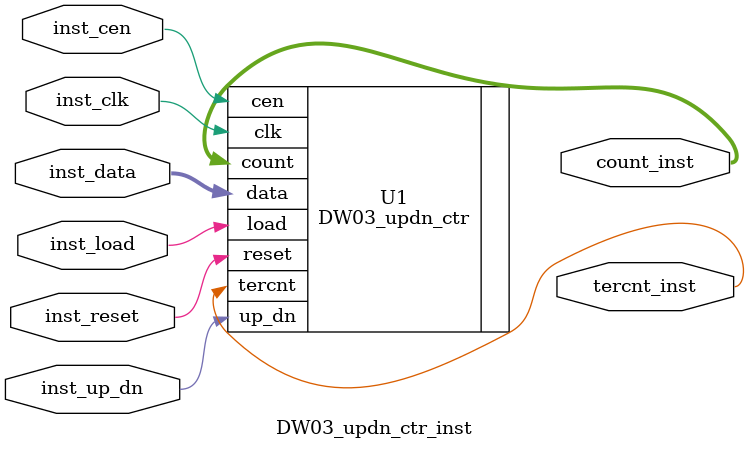
<source format=v>
module DW03_updn_ctr_inst( inst_data, inst_up_dn, inst_load, 
                           inst_cen, inst_clk, inst_reset, 
                           count_inst, tercnt_inst );

  parameter width = 8;

  input [width-1 : 0] inst_data;
  input inst_up_dn;
  input inst_load;
  input inst_cen;
  input inst_clk;
  input inst_reset;
  output [width-1 : 0] count_inst;
  output tercnt_inst;

  // Instance of DW03_updn_ctr
  DW03_updn_ctr #(width)
    U1 ( .data(inst_data), .up_dn(inst_up_dn), .load(inst_load),
         .cen(inst_cen), .clk(inst_clk), .reset(inst_reset),
         .count(count_inst), .tercnt(tercnt_inst) );

endmodule

</source>
